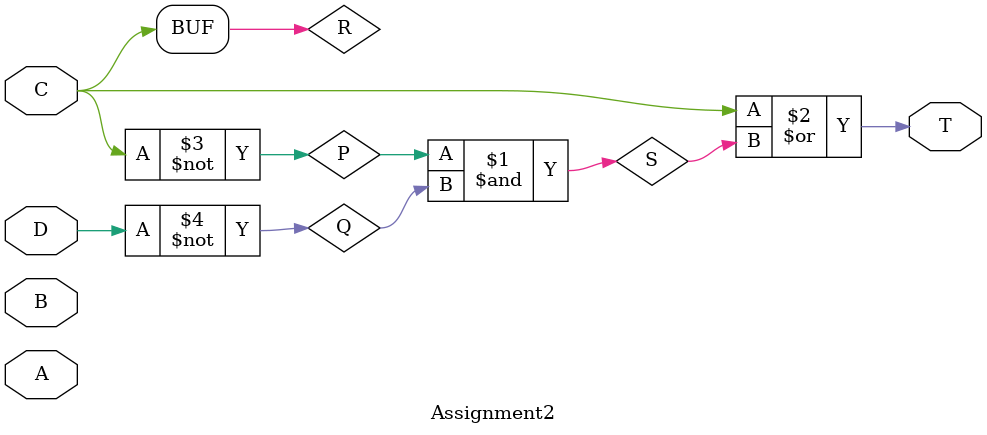
<source format=v>
module Assignment2(

input wire D,
input wire C,
input wire B,
input wire A,

output reg T

);
reg P,Q,R,S;
//(C)||(!C&&!D);
not (P,C);
not (Q,D);
and (R,C);
and (S,P,Q);
or (T,R,S);
endmodule


</source>
